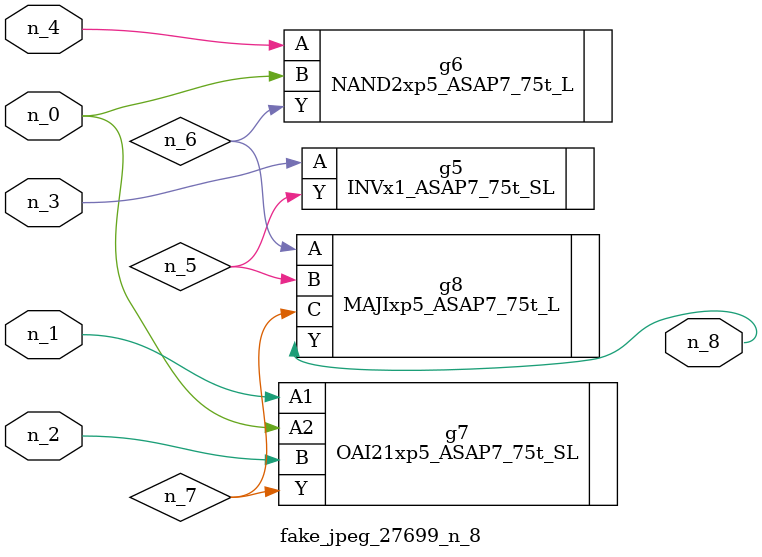
<source format=v>
module fake_jpeg_27699_n_8 (n_3, n_2, n_1, n_0, n_4, n_8);

input n_3;
input n_2;
input n_1;
input n_0;
input n_4;

output n_8;

wire n_6;
wire n_5;
wire n_7;

INVx1_ASAP7_75t_SL g5 ( 
.A(n_3),
.Y(n_5)
);

NAND2xp5_ASAP7_75t_L g6 ( 
.A(n_4),
.B(n_0),
.Y(n_6)
);

OAI21xp5_ASAP7_75t_SL g7 ( 
.A1(n_1),
.A2(n_0),
.B(n_2),
.Y(n_7)
);

MAJIxp5_ASAP7_75t_L g8 ( 
.A(n_6),
.B(n_5),
.C(n_7),
.Y(n_8)
);


endmodule
</source>
